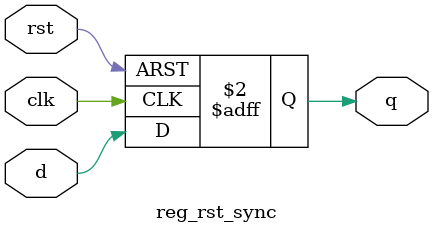
<source format=sv>
module reg_rst_sync 
   #(parameter n=1) 
    (input  logic         clk,
     input  logic         rst,
     input  logic [n-1:0] d,
     output logic [n-1:0] q);

    always_ff @(posedge clk, posedge rst)
        if   (rst) q = {n{1'b0}};
        else       q = d;
endmodule
</source>
